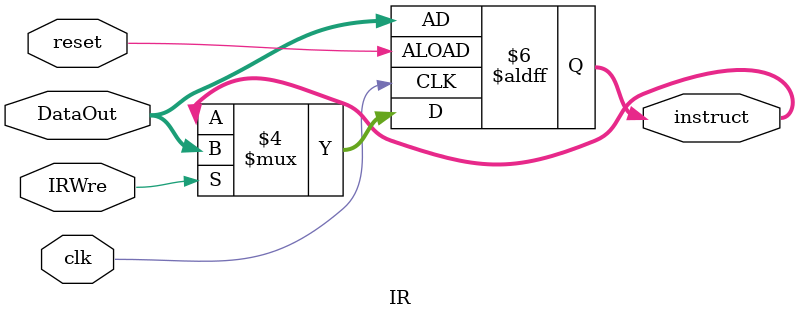
<source format=v>
`timescale 1ns / 1ps


module IR(clk,reset,IRWre,DataOut,instruct);
    input clk;
    input reset;
    input IRWre;
    input [31:0] DataOut;
    output reg [31:0] instruct;
    /*initial begin 
    instruct <= 32'h08010008;
    end*/
    always@ (posedge clk or negedge reset) begin
        if (reset==0)
            instruct <= DataOut;
        else if (IRWre)
            instruct <= DataOut;
        else 
            instruct <= instruct;
    end
    
endmodule

</source>
